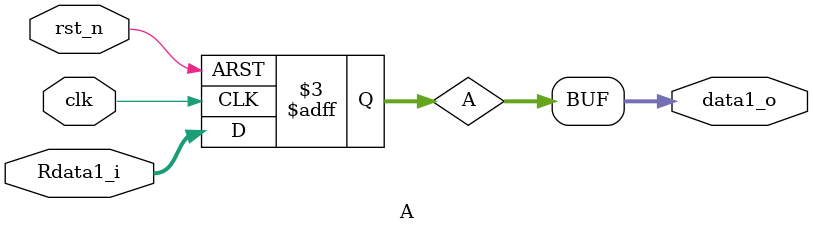
<source format=v>
module A(
  input clk,
  input rst_n,
  input [31:0] Rdata1_i,//Regfile Read-data1
  
  output [31:0] data1_o
  );
  reg [31:0] A;
  always@(posedge clk or negedge rst_n)
  begin
    if (!rst_n)
      A <= 32'h0;
    else
      A <= Rdata1_i;
  end
  assign data1_o = A;
endmodule
</source>
